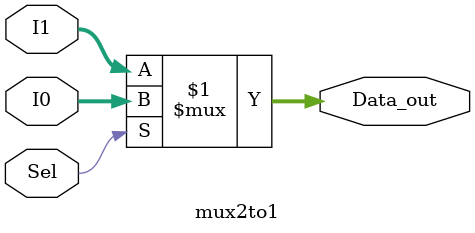
<source format=sv>
module mux2to1
   #(parameter DW=4)
	
(
	 input logic [DW-1:0] I0,I1,
    input logic Sel,
    output logic [DW-1:0] Data_out
	 
);
	  
	 assign Data_out = Sel ? I0:I1;
	 
endmodule

</source>
